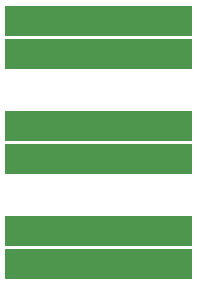
<source format=gbr>
G04 start of page 3 for group 1 idx 1 *
G04 Title: (unknown), bottom *
G04 Creator: pcb 20140316 *
G04 CreationDate: Wed 28 Nov 2018 04:36:04 PM GMT UTC *
G04 For: railfan *
G04 Format: Gerber/RS-274X *
G04 PCB-Dimensions (mil): 900.00 970.00 *
G04 PCB-Coordinate-Origin: lower left *
%MOIN*%
%FSLAX25Y25*%
%LNBOTTOM*%
%ADD27C,0.0120*%
%ADD26C,0.0310*%
%ADD25C,0.0280*%
%ADD24C,0.0001*%
G54D24*G36*
X24500Y94000D02*X87000D01*
Y84000D01*
X24500D01*
Y94000D01*
G37*
G36*
Y73000D02*Y83000D01*
X87000D01*
Y73000D01*
X24500D01*
G37*
G36*
Y59000D02*X87000D01*
Y49000D01*
X24500D01*
Y59000D01*
G37*
G36*
Y38000D02*Y48000D01*
X87000D01*
Y38000D01*
X24500D01*
G37*
G36*
Y24000D02*X87000D01*
Y14000D01*
X24500D01*
Y24000D01*
G37*
G36*
Y3000D02*Y13000D01*
X87000D01*
Y3000D01*
X24500D01*
G37*
G54D25*X29500Y54500D03*
Y46000D03*
X26500D03*
Y54500D03*
X29500Y89500D03*
X26500D03*
X29500Y81000D03*
X26500D03*
X81500Y75500D03*
Y91500D03*
X85000D03*
Y75500D03*
X81500Y56500D03*
X85000D03*
X29500Y19500D03*
Y11000D03*
X85000Y40500D03*
X81500D03*
X85000Y5500D03*
X81500D03*
Y21500D03*
X85000D03*
X26500Y11000D03*
Y19500D03*
G54D26*G54D27*G54D26*G54D27*M02*

</source>
